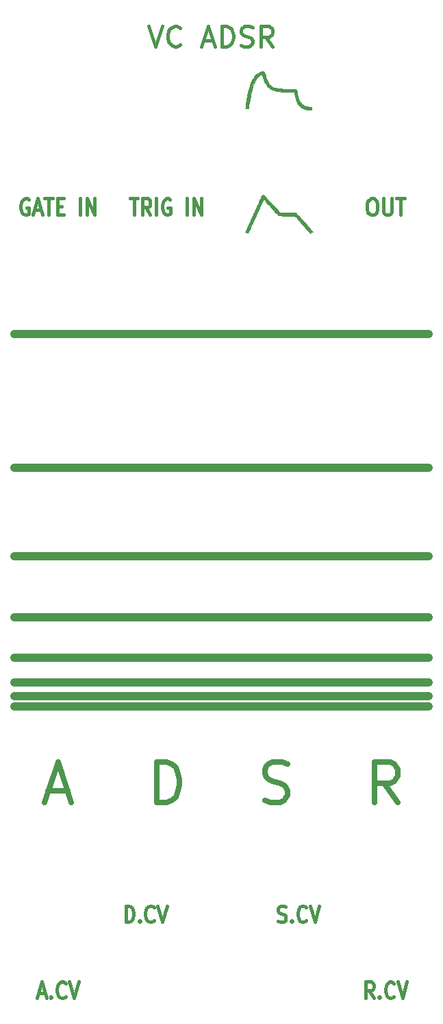
<source format=gto>
G04 #@! TF.FileFunction,Legend,Top*
%FSLAX46Y46*%
G04 Gerber Fmt 4.6, Leading zero omitted, Abs format (unit mm)*
G04 Created by KiCad (PCBNEW 4.0.5) date 07/14/17 20:39:28*
%MOMM*%
%LPD*%
G01*
G04 APERTURE LIST*
%ADD10C,0.100000*%
%ADD11C,1.000000*%
%ADD12C,0.700000*%
%ADD13C,0.400000*%
%ADD14C,0.010000*%
G04 APERTURE END LIST*
D10*
D11*
X122900000Y-79860000D02*
X174100000Y-79860000D01*
X122900000Y-96360000D02*
X174100000Y-96360000D01*
X122900000Y-107360000D02*
X174100000Y-107360000D01*
X122900000Y-114860000D02*
X174100000Y-114860000D01*
X122900000Y-119860000D02*
X174100000Y-119860000D01*
X122900000Y-122860000D02*
X174100000Y-122860000D01*
X122900000Y-124620000D02*
X174100000Y-124620000D01*
X122900000Y-125820000D02*
X174100000Y-125820000D01*
D12*
X170298935Y-137711905D02*
X168632268Y-135330952D01*
X167441792Y-137711905D02*
X167441792Y-132711905D01*
X169346554Y-132711905D01*
X169822745Y-132950000D01*
X170060840Y-133188095D01*
X170298935Y-133664286D01*
X170298935Y-134378571D01*
X170060840Y-134854762D01*
X169822745Y-135092857D01*
X169346554Y-135330952D01*
X167441792Y-135330952D01*
X153822745Y-137473810D02*
X154537031Y-137711905D01*
X155727507Y-137711905D01*
X156203697Y-137473810D01*
X156441793Y-137235714D01*
X156679888Y-136759524D01*
X156679888Y-136283333D01*
X156441793Y-135807143D01*
X156203697Y-135569048D01*
X155727507Y-135330952D01*
X154775126Y-135092857D01*
X154298935Y-134854762D01*
X154060840Y-134616667D01*
X153822745Y-134140476D01*
X153822745Y-133664286D01*
X154060840Y-133188095D01*
X154298935Y-132950000D01*
X154775126Y-132711905D01*
X155965602Y-132711905D01*
X156679888Y-132950000D01*
X140441792Y-137711905D02*
X140441792Y-132711905D01*
X141632268Y-132711905D01*
X142346554Y-132950000D01*
X142822745Y-133426190D01*
X143060840Y-133902381D01*
X143298935Y-134854762D01*
X143298935Y-135569048D01*
X143060840Y-136521429D01*
X142822745Y-136997619D01*
X142346554Y-137473810D01*
X141632268Y-137711905D01*
X140441792Y-137711905D01*
X127060840Y-136283333D02*
X129441792Y-136283333D01*
X126584649Y-137711905D02*
X128251316Y-132711905D01*
X129917983Y-137711905D01*
D13*
X167287173Y-161851162D02*
X166720507Y-160898781D01*
X166315745Y-161851162D02*
X166315745Y-159851162D01*
X166963364Y-159851162D01*
X167125269Y-159946400D01*
X167206221Y-160041638D01*
X167287173Y-160232114D01*
X167287173Y-160517829D01*
X167206221Y-160708305D01*
X167125269Y-160803543D01*
X166963364Y-160898781D01*
X166315745Y-160898781D01*
X168015745Y-161660686D02*
X168096697Y-161755924D01*
X168015745Y-161851162D01*
X167934793Y-161755924D01*
X168015745Y-161660686D01*
X168015745Y-161851162D01*
X169796697Y-161660686D02*
X169715745Y-161755924D01*
X169472888Y-161851162D01*
X169310983Y-161851162D01*
X169068126Y-161755924D01*
X168906221Y-161565448D01*
X168825269Y-161374971D01*
X168744317Y-160994019D01*
X168744317Y-160708305D01*
X168825269Y-160327352D01*
X168906221Y-160136876D01*
X169068126Y-159946400D01*
X169310983Y-159851162D01*
X169472888Y-159851162D01*
X169715745Y-159946400D01*
X169796697Y-160041638D01*
X170282412Y-159851162D02*
X170849078Y-161851162D01*
X171415745Y-159851162D01*
X155468269Y-152391524D02*
X155711126Y-152486762D01*
X156115888Y-152486762D01*
X156277792Y-152391524D01*
X156358745Y-152296286D01*
X156439697Y-152105810D01*
X156439697Y-151915333D01*
X156358745Y-151724857D01*
X156277792Y-151629619D01*
X156115888Y-151534381D01*
X155792078Y-151439143D01*
X155630173Y-151343905D01*
X155549221Y-151248667D01*
X155468269Y-151058190D01*
X155468269Y-150867714D01*
X155549221Y-150677238D01*
X155630173Y-150582000D01*
X155792078Y-150486762D01*
X156196840Y-150486762D01*
X156439697Y-150582000D01*
X157168269Y-152296286D02*
X157249221Y-152391524D01*
X157168269Y-152486762D01*
X157087317Y-152391524D01*
X157168269Y-152296286D01*
X157168269Y-152486762D01*
X158949221Y-152296286D02*
X158868269Y-152391524D01*
X158625412Y-152486762D01*
X158463507Y-152486762D01*
X158220650Y-152391524D01*
X158058745Y-152201048D01*
X157977793Y-152010571D01*
X157896841Y-151629619D01*
X157896841Y-151343905D01*
X157977793Y-150962952D01*
X158058745Y-150772476D01*
X158220650Y-150582000D01*
X158463507Y-150486762D01*
X158625412Y-150486762D01*
X158868269Y-150582000D01*
X158949221Y-150677238D01*
X159434936Y-150486762D02*
X160001602Y-152486762D01*
X160568269Y-150486762D01*
X136636745Y-152486762D02*
X136636745Y-150486762D01*
X137041507Y-150486762D01*
X137284364Y-150582000D01*
X137446269Y-150772476D01*
X137527221Y-150962952D01*
X137608173Y-151343905D01*
X137608173Y-151629619D01*
X137527221Y-152010571D01*
X137446269Y-152201048D01*
X137284364Y-152391524D01*
X137041507Y-152486762D01*
X136636745Y-152486762D01*
X138336745Y-152296286D02*
X138417697Y-152391524D01*
X138336745Y-152486762D01*
X138255793Y-152391524D01*
X138336745Y-152296286D01*
X138336745Y-152486762D01*
X140117697Y-152296286D02*
X140036745Y-152391524D01*
X139793888Y-152486762D01*
X139631983Y-152486762D01*
X139389126Y-152391524D01*
X139227221Y-152201048D01*
X139146269Y-152010571D01*
X139065317Y-151629619D01*
X139065317Y-151343905D01*
X139146269Y-150962952D01*
X139227221Y-150772476D01*
X139389126Y-150582000D01*
X139631983Y-150486762D01*
X139793888Y-150486762D01*
X140036745Y-150582000D01*
X140117697Y-150677238D01*
X140603412Y-150486762D02*
X141170078Y-152486762D01*
X141736745Y-150486762D01*
X125863221Y-161279733D02*
X126672744Y-161279733D01*
X125701316Y-161851162D02*
X126267982Y-159851162D01*
X126834649Y-161851162D01*
X127401316Y-161660686D02*
X127482268Y-161755924D01*
X127401316Y-161851162D01*
X127320364Y-161755924D01*
X127401316Y-161660686D01*
X127401316Y-161851162D01*
X129182268Y-161660686D02*
X129101316Y-161755924D01*
X128858459Y-161851162D01*
X128696554Y-161851162D01*
X128453697Y-161755924D01*
X128291792Y-161565448D01*
X128210840Y-161374971D01*
X128129888Y-160994019D01*
X128129888Y-160708305D01*
X128210840Y-160327352D01*
X128291792Y-160136876D01*
X128453697Y-159946400D01*
X128696554Y-159851162D01*
X128858459Y-159851162D01*
X129101316Y-159946400D01*
X129182268Y-160041638D01*
X129667983Y-159851162D02*
X130234649Y-161851162D01*
X130801316Y-159851162D01*
X166944317Y-63154762D02*
X167287174Y-63154762D01*
X167458602Y-63250000D01*
X167630031Y-63440476D01*
X167715745Y-63821429D01*
X167715745Y-64488095D01*
X167630031Y-64869048D01*
X167458602Y-65059524D01*
X167287174Y-65154762D01*
X166944317Y-65154762D01*
X166772888Y-65059524D01*
X166601459Y-64869048D01*
X166515745Y-64488095D01*
X166515745Y-63821429D01*
X166601459Y-63440476D01*
X166772888Y-63250000D01*
X166944317Y-63154762D01*
X168487173Y-63154762D02*
X168487173Y-64773810D01*
X168572888Y-64964286D01*
X168658602Y-65059524D01*
X168830031Y-65154762D01*
X169172888Y-65154762D01*
X169344316Y-65059524D01*
X169430031Y-64964286D01*
X169515745Y-64773810D01*
X169515745Y-63154762D01*
X170115745Y-63154762D02*
X171144316Y-63154762D01*
X170630030Y-65154762D02*
X170630030Y-63154762D01*
X137167983Y-63154762D02*
X138139411Y-63154762D01*
X137653697Y-65154762D02*
X137653697Y-63154762D01*
X139677506Y-65154762D02*
X139110840Y-64202381D01*
X138706078Y-65154762D02*
X138706078Y-63154762D01*
X139353697Y-63154762D01*
X139515602Y-63250000D01*
X139596554Y-63345238D01*
X139677506Y-63535714D01*
X139677506Y-63821429D01*
X139596554Y-64011905D01*
X139515602Y-64107143D01*
X139353697Y-64202381D01*
X138706078Y-64202381D01*
X140406078Y-65154762D02*
X140406078Y-63154762D01*
X142106078Y-63250000D02*
X141944173Y-63154762D01*
X141701316Y-63154762D01*
X141458459Y-63250000D01*
X141296554Y-63440476D01*
X141215602Y-63630952D01*
X141134650Y-64011905D01*
X141134650Y-64297619D01*
X141215602Y-64678571D01*
X141296554Y-64869048D01*
X141458459Y-65059524D01*
X141701316Y-65154762D01*
X141863221Y-65154762D01*
X142106078Y-65059524D01*
X142187030Y-64964286D01*
X142187030Y-64297619D01*
X141863221Y-64297619D01*
X144210840Y-65154762D02*
X144210840Y-63154762D01*
X145020364Y-65154762D02*
X145020364Y-63154762D01*
X145991792Y-65154762D01*
X145991792Y-63154762D01*
X124608459Y-63250000D02*
X124446554Y-63154762D01*
X124203697Y-63154762D01*
X123960840Y-63250000D01*
X123798935Y-63440476D01*
X123717983Y-63630952D01*
X123637031Y-64011905D01*
X123637031Y-64297619D01*
X123717983Y-64678571D01*
X123798935Y-64869048D01*
X123960840Y-65059524D01*
X124203697Y-65154762D01*
X124365602Y-65154762D01*
X124608459Y-65059524D01*
X124689411Y-64964286D01*
X124689411Y-64297619D01*
X124365602Y-64297619D01*
X125337031Y-64583333D02*
X126146554Y-64583333D01*
X125175126Y-65154762D02*
X125741792Y-63154762D01*
X126308459Y-65154762D01*
X126632269Y-63154762D02*
X127603697Y-63154762D01*
X127117983Y-65154762D02*
X127117983Y-63154762D01*
X128170364Y-64107143D02*
X128737031Y-64107143D01*
X128979888Y-65154762D02*
X128170364Y-65154762D01*
X128170364Y-63154762D01*
X128979888Y-63154762D01*
X131003697Y-65154762D02*
X131003697Y-63154762D01*
X131813221Y-65154762D02*
X131813221Y-63154762D01*
X132784649Y-65154762D01*
X132784649Y-63154762D01*
X139452381Y-41880952D02*
X140285715Y-44380952D01*
X141119048Y-41880952D01*
X143380953Y-44142857D02*
X143261905Y-44261905D01*
X142904762Y-44380952D01*
X142666667Y-44380952D01*
X142309524Y-44261905D01*
X142071429Y-44023810D01*
X141952381Y-43785714D01*
X141833333Y-43309524D01*
X141833333Y-42952381D01*
X141952381Y-42476190D01*
X142071429Y-42238095D01*
X142309524Y-42000000D01*
X142666667Y-41880952D01*
X142904762Y-41880952D01*
X143261905Y-42000000D01*
X143380953Y-42119048D01*
X146238095Y-43666667D02*
X147428572Y-43666667D01*
X146000000Y-44380952D02*
X146833334Y-41880952D01*
X147666667Y-44380952D01*
X148500000Y-44380952D02*
X148500000Y-41880952D01*
X149095238Y-41880952D01*
X149452381Y-42000000D01*
X149690476Y-42238095D01*
X149809524Y-42476190D01*
X149928572Y-42952381D01*
X149928572Y-43309524D01*
X149809524Y-43785714D01*
X149690476Y-44023810D01*
X149452381Y-44261905D01*
X149095238Y-44380952D01*
X148500000Y-44380952D01*
X150880952Y-44261905D02*
X151238095Y-44380952D01*
X151833333Y-44380952D01*
X152071429Y-44261905D01*
X152190476Y-44142857D01*
X152309524Y-43904762D01*
X152309524Y-43666667D01*
X152190476Y-43428571D01*
X152071429Y-43309524D01*
X151833333Y-43190476D01*
X151357143Y-43071429D01*
X151119048Y-42952381D01*
X151000000Y-42833333D01*
X150880952Y-42595238D01*
X150880952Y-42357143D01*
X151000000Y-42119048D01*
X151119048Y-42000000D01*
X151357143Y-41880952D01*
X151952381Y-41880952D01*
X152309524Y-42000000D01*
X154809524Y-44380952D02*
X153976190Y-43190476D01*
X153380952Y-44380952D02*
X153380952Y-41880952D01*
X154333333Y-41880952D01*
X154571428Y-42000000D01*
X154690476Y-42119048D01*
X154809524Y-42357143D01*
X154809524Y-42714286D01*
X154690476Y-42952381D01*
X154571428Y-43071429D01*
X154333333Y-43190476D01*
X153380952Y-43190476D01*
D14*
G36*
X153724396Y-47471686D02*
X153773110Y-47531777D01*
X153785571Y-47569793D01*
X153839131Y-47780701D01*
X153903926Y-48000265D01*
X153976076Y-48217358D01*
X154051698Y-48420850D01*
X154126912Y-48599613D01*
X154189006Y-48726384D01*
X154317949Y-48939656D01*
X154457800Y-49116133D01*
X154614275Y-49259649D01*
X154793088Y-49374038D01*
X154999957Y-49463135D01*
X155240597Y-49530774D01*
X155446006Y-49569622D01*
X155570907Y-49585639D01*
X155734684Y-49600770D01*
X155930033Y-49614663D01*
X156149651Y-49626963D01*
X156386236Y-49637316D01*
X156632484Y-49645367D01*
X156881092Y-49650764D01*
X157124757Y-49653151D01*
X157170619Y-49653235D01*
X157331065Y-49653502D01*
X157451966Y-49654565D01*
X157539959Y-49657070D01*
X157601679Y-49661662D01*
X157643765Y-49668986D01*
X157672851Y-49679689D01*
X157695576Y-49694416D01*
X157709104Y-49705612D01*
X157748232Y-49751734D01*
X157777480Y-49819461D01*
X157801833Y-49919203D01*
X157878518Y-50273898D01*
X157958877Y-50584153D01*
X158043479Y-50851604D01*
X158132891Y-51077888D01*
X158227683Y-51264641D01*
X158314995Y-51396267D01*
X158431313Y-51525637D01*
X158566239Y-51629971D01*
X158724916Y-51711427D01*
X158912487Y-51772159D01*
X159134097Y-51814323D01*
X159369774Y-51838380D01*
X159590679Y-51853908D01*
X159590679Y-52193455D01*
X159400179Y-52191170D01*
X159276953Y-52185876D01*
X159140234Y-52174254D01*
X159024952Y-52159584D01*
X158791306Y-52112601D01*
X158593532Y-52049680D01*
X158422873Y-51966750D01*
X158270571Y-51859745D01*
X158159419Y-51757492D01*
X158043184Y-51626810D01*
X157942908Y-51484424D01*
X157852297Y-51319869D01*
X157765056Y-51122678D01*
X157741074Y-51062000D01*
X157709565Y-50973188D01*
X157672818Y-50857809D01*
X157633187Y-50724629D01*
X157593026Y-50582408D01*
X157554688Y-50439910D01*
X157520528Y-50305897D01*
X157492899Y-50189132D01*
X157474154Y-50098378D01*
X157466649Y-50042396D01*
X157466607Y-50040228D01*
X157463172Y-50026054D01*
X157449051Y-50015617D01*
X157418169Y-50008346D01*
X157364454Y-50003669D01*
X157281830Y-50001017D01*
X157164223Y-49999817D01*
X157033361Y-49999514D01*
X156801846Y-49997688D01*
X156561127Y-49992775D01*
X156319027Y-49985154D01*
X156083367Y-49975203D01*
X155861970Y-49963299D01*
X155662657Y-49949819D01*
X155493250Y-49935142D01*
X155361571Y-49919645D01*
X155352838Y-49918372D01*
X155049294Y-49856916D01*
X154780414Y-49767103D01*
X154543268Y-49647392D01*
X154334922Y-49496243D01*
X154152444Y-49312115D01*
X154117373Y-49269413D01*
X154005374Y-49110038D01*
X153892351Y-48914958D01*
X153782978Y-48694298D01*
X153681931Y-48458181D01*
X153593883Y-48216732D01*
X153525409Y-47987350D01*
X153485566Y-47835438D01*
X153403532Y-47869418D01*
X153303611Y-47920043D01*
X153187571Y-47992765D01*
X153071326Y-48076415D01*
X152970790Y-48159827D01*
X152923692Y-48206129D01*
X152791685Y-48368149D01*
X152667536Y-48560053D01*
X152550627Y-48783693D01*
X152440340Y-49040924D01*
X152336059Y-49333597D01*
X152237166Y-49663566D01*
X152143044Y-50032685D01*
X152053074Y-50442806D01*
X151966640Y-50895783D01*
X151902940Y-51269819D01*
X151879568Y-51416003D01*
X151857773Y-51556767D01*
X151839117Y-51681679D01*
X151825164Y-51780307D01*
X151818185Y-51835546D01*
X151805830Y-51932903D01*
X151789039Y-51992886D01*
X151758798Y-52024077D01*
X151706095Y-52035055D01*
X151621916Y-52034403D01*
X151609772Y-52033968D01*
X151529696Y-52030143D01*
X151470404Y-52025572D01*
X151444408Y-52021226D01*
X151444280Y-52021116D01*
X151444635Y-51996103D01*
X151451530Y-51931333D01*
X151464137Y-51832640D01*
X151481628Y-51705857D01*
X151503175Y-51556818D01*
X151527951Y-51391356D01*
X151555128Y-51215304D01*
X151583880Y-51034497D01*
X151586900Y-51015819D01*
X151677545Y-50502105D01*
X151775941Y-50032953D01*
X151882406Y-49607346D01*
X151997262Y-49224265D01*
X152120827Y-48882693D01*
X152253420Y-48581611D01*
X152395363Y-48320002D01*
X152469594Y-48204189D01*
X152627900Y-47998430D01*
X152802621Y-47827240D01*
X153003464Y-47682384D01*
X153226471Y-47562056D01*
X153397715Y-47489872D01*
X153537350Y-47450743D01*
X153646027Y-47444678D01*
X153724396Y-47471686D01*
X153724396Y-47471686D01*
G37*
X153724396Y-47471686D02*
X153773110Y-47531777D01*
X153785571Y-47569793D01*
X153839131Y-47780701D01*
X153903926Y-48000265D01*
X153976076Y-48217358D01*
X154051698Y-48420850D01*
X154126912Y-48599613D01*
X154189006Y-48726384D01*
X154317949Y-48939656D01*
X154457800Y-49116133D01*
X154614275Y-49259649D01*
X154793088Y-49374038D01*
X154999957Y-49463135D01*
X155240597Y-49530774D01*
X155446006Y-49569622D01*
X155570907Y-49585639D01*
X155734684Y-49600770D01*
X155930033Y-49614663D01*
X156149651Y-49626963D01*
X156386236Y-49637316D01*
X156632484Y-49645367D01*
X156881092Y-49650764D01*
X157124757Y-49653151D01*
X157170619Y-49653235D01*
X157331065Y-49653502D01*
X157451966Y-49654565D01*
X157539959Y-49657070D01*
X157601679Y-49661662D01*
X157643765Y-49668986D01*
X157672851Y-49679689D01*
X157695576Y-49694416D01*
X157709104Y-49705612D01*
X157748232Y-49751734D01*
X157777480Y-49819461D01*
X157801833Y-49919203D01*
X157878518Y-50273898D01*
X157958877Y-50584153D01*
X158043479Y-50851604D01*
X158132891Y-51077888D01*
X158227683Y-51264641D01*
X158314995Y-51396267D01*
X158431313Y-51525637D01*
X158566239Y-51629971D01*
X158724916Y-51711427D01*
X158912487Y-51772159D01*
X159134097Y-51814323D01*
X159369774Y-51838380D01*
X159590679Y-51853908D01*
X159590679Y-52193455D01*
X159400179Y-52191170D01*
X159276953Y-52185876D01*
X159140234Y-52174254D01*
X159024952Y-52159584D01*
X158791306Y-52112601D01*
X158593532Y-52049680D01*
X158422873Y-51966750D01*
X158270571Y-51859745D01*
X158159419Y-51757492D01*
X158043184Y-51626810D01*
X157942908Y-51484424D01*
X157852297Y-51319869D01*
X157765056Y-51122678D01*
X157741074Y-51062000D01*
X157709565Y-50973188D01*
X157672818Y-50857809D01*
X157633187Y-50724629D01*
X157593026Y-50582408D01*
X157554688Y-50439910D01*
X157520528Y-50305897D01*
X157492899Y-50189132D01*
X157474154Y-50098378D01*
X157466649Y-50042396D01*
X157466607Y-50040228D01*
X157463172Y-50026054D01*
X157449051Y-50015617D01*
X157418169Y-50008346D01*
X157364454Y-50003669D01*
X157281830Y-50001017D01*
X157164223Y-49999817D01*
X157033361Y-49999514D01*
X156801846Y-49997688D01*
X156561127Y-49992775D01*
X156319027Y-49985154D01*
X156083367Y-49975203D01*
X155861970Y-49963299D01*
X155662657Y-49949819D01*
X155493250Y-49935142D01*
X155361571Y-49919645D01*
X155352838Y-49918372D01*
X155049294Y-49856916D01*
X154780414Y-49767103D01*
X154543268Y-49647392D01*
X154334922Y-49496243D01*
X154152444Y-49312115D01*
X154117373Y-49269413D01*
X154005374Y-49110038D01*
X153892351Y-48914958D01*
X153782978Y-48694298D01*
X153681931Y-48458181D01*
X153593883Y-48216732D01*
X153525409Y-47987350D01*
X153485566Y-47835438D01*
X153403532Y-47869418D01*
X153303611Y-47920043D01*
X153187571Y-47992765D01*
X153071326Y-48076415D01*
X152970790Y-48159827D01*
X152923692Y-48206129D01*
X152791685Y-48368149D01*
X152667536Y-48560053D01*
X152550627Y-48783693D01*
X152440340Y-49040924D01*
X152336059Y-49333597D01*
X152237166Y-49663566D01*
X152143044Y-50032685D01*
X152053074Y-50442806D01*
X151966640Y-50895783D01*
X151902940Y-51269819D01*
X151879568Y-51416003D01*
X151857773Y-51556767D01*
X151839117Y-51681679D01*
X151825164Y-51780307D01*
X151818185Y-51835546D01*
X151805830Y-51932903D01*
X151789039Y-51992886D01*
X151758798Y-52024077D01*
X151706095Y-52035055D01*
X151621916Y-52034403D01*
X151609772Y-52033968D01*
X151529696Y-52030143D01*
X151470404Y-52025572D01*
X151444408Y-52021226D01*
X151444280Y-52021116D01*
X151444635Y-51996103D01*
X151451530Y-51931333D01*
X151464137Y-51832640D01*
X151481628Y-51705857D01*
X151503175Y-51556818D01*
X151527951Y-51391356D01*
X151555128Y-51215304D01*
X151583880Y-51034497D01*
X151586900Y-51015819D01*
X151677545Y-50502105D01*
X151775941Y-50032953D01*
X151882406Y-49607346D01*
X151997262Y-49224265D01*
X152120827Y-48882693D01*
X152253420Y-48581611D01*
X152395363Y-48320002D01*
X152469594Y-48204189D01*
X152627900Y-47998430D01*
X152802621Y-47827240D01*
X153003464Y-47682384D01*
X153226471Y-47562056D01*
X153397715Y-47489872D01*
X153537350Y-47450743D01*
X153646027Y-47444678D01*
X153724396Y-47471686D01*
G36*
X153654957Y-62731110D02*
X153738985Y-62779802D01*
X153758091Y-62796973D01*
X153787411Y-62827494D01*
X153844573Y-62889155D01*
X153926614Y-62978689D01*
X154030571Y-63092829D01*
X154153480Y-63228310D01*
X154292379Y-63381865D01*
X154444302Y-63550229D01*
X154606288Y-63730134D01*
X154763722Y-63905337D01*
X155691346Y-64938655D01*
X157674812Y-64938655D01*
X157753575Y-65013700D01*
X157795819Y-65056511D01*
X157862816Y-65127669D01*
X157951429Y-65223651D01*
X158058526Y-65340933D01*
X158180971Y-65475992D01*
X158315630Y-65625306D01*
X158459368Y-65785351D01*
X158609052Y-65952604D01*
X158761547Y-66123542D01*
X158913718Y-66294642D01*
X159062431Y-66462381D01*
X159204551Y-66623236D01*
X159336945Y-66773683D01*
X159456477Y-66910200D01*
X159560014Y-67029264D01*
X159644420Y-67127350D01*
X159706562Y-67200937D01*
X159743304Y-67246501D01*
X159752316Y-67260289D01*
X159731792Y-67286874D01*
X159687661Y-67293928D01*
X159614418Y-67309970D01*
X159574690Y-67357140D01*
X159567589Y-67402196D01*
X159564917Y-67433099D01*
X159555412Y-67451317D01*
X159536834Y-67454768D01*
X159506945Y-67441367D01*
X159463506Y-67409031D01*
X159404280Y-67355677D01*
X159327028Y-67279219D01*
X159229511Y-67177576D01*
X159109492Y-67048662D01*
X158964732Y-66890394D01*
X158792993Y-66700689D01*
X158683475Y-66579139D01*
X158527182Y-66405493D01*
X158377137Y-66238830D01*
X158236795Y-66082985D01*
X158109609Y-65941790D01*
X157999033Y-65819080D01*
X157908521Y-65718688D01*
X157841527Y-65644447D01*
X157801504Y-65600191D01*
X157798377Y-65596746D01*
X157726103Y-65517192D01*
X157650053Y-65433478D01*
X157604340Y-65383155D01*
X157515196Y-65285019D01*
X156538256Y-65284200D01*
X156279234Y-65283602D01*
X156063422Y-65282223D01*
X155887850Y-65279980D01*
X155749553Y-65276788D01*
X155645562Y-65272566D01*
X155572910Y-65267229D01*
X155528629Y-65260693D01*
X155512883Y-65255337D01*
X155488749Y-65233288D01*
X155436826Y-65179998D01*
X155360076Y-65098682D01*
X155261461Y-64992554D01*
X155143942Y-64864828D01*
X155010483Y-64718719D01*
X154864044Y-64557441D01*
X154707587Y-64384208D01*
X154603988Y-64269019D01*
X154442676Y-64089421D01*
X154289697Y-63919201D01*
X154148001Y-63761632D01*
X154020538Y-63619991D01*
X153910258Y-63497554D01*
X153820110Y-63397595D01*
X153753043Y-63323391D01*
X153712009Y-63278217D01*
X153700843Y-63266128D01*
X153687681Y-63251445D01*
X153676689Y-63241844D01*
X153665345Y-63241682D01*
X153651129Y-63255315D01*
X153631518Y-63287101D01*
X153603991Y-63341395D01*
X153566027Y-63422555D01*
X153515103Y-63534937D01*
X153448697Y-63682897D01*
X153411051Y-63766791D01*
X153354404Y-63892885D01*
X153289697Y-64036841D01*
X153227831Y-64174411D01*
X153206043Y-64222837D01*
X153147902Y-64352039D01*
X153081980Y-64498532D01*
X153019447Y-64637495D01*
X152998225Y-64684655D01*
X152940084Y-64813857D01*
X152874162Y-64960350D01*
X152811629Y-65099313D01*
X152790407Y-65146473D01*
X152732266Y-65275675D01*
X152666344Y-65422169D01*
X152603810Y-65561132D01*
X152582589Y-65608291D01*
X152525174Y-65735866D01*
X152459586Y-65881586D01*
X152396609Y-66021489D01*
X152372121Y-66075882D01*
X152316743Y-66199048D01*
X152256779Y-66332676D01*
X152201589Y-66455900D01*
X152177928Y-66508837D01*
X152072242Y-66744800D01*
X151983871Y-66940443D01*
X151911847Y-67097854D01*
X151855200Y-67219119D01*
X151812960Y-67306327D01*
X151784158Y-67361564D01*
X151773883Y-67378787D01*
X151735638Y-67437155D01*
X151672941Y-67377087D01*
X151597093Y-67328129D01*
X151524916Y-67317019D01*
X151469729Y-67311803D01*
X151440830Y-67298894D01*
X151439588Y-67295182D01*
X151448679Y-67267128D01*
X151473583Y-67205571D01*
X151510749Y-67118938D01*
X151556625Y-67015651D01*
X151568579Y-66989228D01*
X151631619Y-66850268D01*
X151691559Y-66717889D01*
X151752738Y-66582473D01*
X151819495Y-66434406D01*
X151896171Y-66264068D01*
X151987106Y-66061845D01*
X151993770Y-66047019D01*
X152050512Y-65920831D01*
X152110874Y-65786666D01*
X152166722Y-65662602D01*
X152201589Y-65585200D01*
X152248394Y-65481283D01*
X152305990Y-65353318D01*
X152366242Y-65219382D01*
X152409407Y-65123382D01*
X152457924Y-65015466D01*
X152504050Y-64912927D01*
X152551372Y-64807793D01*
X152603481Y-64692094D01*
X152663968Y-64557860D01*
X152736420Y-64397121D01*
X152820198Y-64211291D01*
X152861686Y-64119201D01*
X152918031Y-63994036D01*
X152985160Y-63844848D01*
X153059001Y-63680688D01*
X153135483Y-63510605D01*
X153194187Y-63380019D01*
X153264349Y-63226140D01*
X153330718Y-63084738D01*
X153390357Y-62961747D01*
X153440328Y-62863104D01*
X153477695Y-62794745D01*
X153499520Y-62762605D01*
X153499819Y-62762337D01*
X153573368Y-62725038D01*
X153654957Y-62731110D01*
X153654957Y-62731110D01*
G37*
X153654957Y-62731110D02*
X153738985Y-62779802D01*
X153758091Y-62796973D01*
X153787411Y-62827494D01*
X153844573Y-62889155D01*
X153926614Y-62978689D01*
X154030571Y-63092829D01*
X154153480Y-63228310D01*
X154292379Y-63381865D01*
X154444302Y-63550229D01*
X154606288Y-63730134D01*
X154763722Y-63905337D01*
X155691346Y-64938655D01*
X157674812Y-64938655D01*
X157753575Y-65013700D01*
X157795819Y-65056511D01*
X157862816Y-65127669D01*
X157951429Y-65223651D01*
X158058526Y-65340933D01*
X158180971Y-65475992D01*
X158315630Y-65625306D01*
X158459368Y-65785351D01*
X158609052Y-65952604D01*
X158761547Y-66123542D01*
X158913718Y-66294642D01*
X159062431Y-66462381D01*
X159204551Y-66623236D01*
X159336945Y-66773683D01*
X159456477Y-66910200D01*
X159560014Y-67029264D01*
X159644420Y-67127350D01*
X159706562Y-67200937D01*
X159743304Y-67246501D01*
X159752316Y-67260289D01*
X159731792Y-67286874D01*
X159687661Y-67293928D01*
X159614418Y-67309970D01*
X159574690Y-67357140D01*
X159567589Y-67402196D01*
X159564917Y-67433099D01*
X159555412Y-67451317D01*
X159536834Y-67454768D01*
X159506945Y-67441367D01*
X159463506Y-67409031D01*
X159404280Y-67355677D01*
X159327028Y-67279219D01*
X159229511Y-67177576D01*
X159109492Y-67048662D01*
X158964732Y-66890394D01*
X158792993Y-66700689D01*
X158683475Y-66579139D01*
X158527182Y-66405493D01*
X158377137Y-66238830D01*
X158236795Y-66082985D01*
X158109609Y-65941790D01*
X157999033Y-65819080D01*
X157908521Y-65718688D01*
X157841527Y-65644447D01*
X157801504Y-65600191D01*
X157798377Y-65596746D01*
X157726103Y-65517192D01*
X157650053Y-65433478D01*
X157604340Y-65383155D01*
X157515196Y-65285019D01*
X156538256Y-65284200D01*
X156279234Y-65283602D01*
X156063422Y-65282223D01*
X155887850Y-65279980D01*
X155749553Y-65276788D01*
X155645562Y-65272566D01*
X155572910Y-65267229D01*
X155528629Y-65260693D01*
X155512883Y-65255337D01*
X155488749Y-65233288D01*
X155436826Y-65179998D01*
X155360076Y-65098682D01*
X155261461Y-64992554D01*
X155143942Y-64864828D01*
X155010483Y-64718719D01*
X154864044Y-64557441D01*
X154707587Y-64384208D01*
X154603988Y-64269019D01*
X154442676Y-64089421D01*
X154289697Y-63919201D01*
X154148001Y-63761632D01*
X154020538Y-63619991D01*
X153910258Y-63497554D01*
X153820110Y-63397595D01*
X153753043Y-63323391D01*
X153712009Y-63278217D01*
X153700843Y-63266128D01*
X153687681Y-63251445D01*
X153676689Y-63241844D01*
X153665345Y-63241682D01*
X153651129Y-63255315D01*
X153631518Y-63287101D01*
X153603991Y-63341395D01*
X153566027Y-63422555D01*
X153515103Y-63534937D01*
X153448697Y-63682897D01*
X153411051Y-63766791D01*
X153354404Y-63892885D01*
X153289697Y-64036841D01*
X153227831Y-64174411D01*
X153206043Y-64222837D01*
X153147902Y-64352039D01*
X153081980Y-64498532D01*
X153019447Y-64637495D01*
X152998225Y-64684655D01*
X152940084Y-64813857D01*
X152874162Y-64960350D01*
X152811629Y-65099313D01*
X152790407Y-65146473D01*
X152732266Y-65275675D01*
X152666344Y-65422169D01*
X152603810Y-65561132D01*
X152582589Y-65608291D01*
X152525174Y-65735866D01*
X152459586Y-65881586D01*
X152396609Y-66021489D01*
X152372121Y-66075882D01*
X152316743Y-66199048D01*
X152256779Y-66332676D01*
X152201589Y-66455900D01*
X152177928Y-66508837D01*
X152072242Y-66744800D01*
X151983871Y-66940443D01*
X151911847Y-67097854D01*
X151855200Y-67219119D01*
X151812960Y-67306327D01*
X151784158Y-67361564D01*
X151773883Y-67378787D01*
X151735638Y-67437155D01*
X151672941Y-67377087D01*
X151597093Y-67328129D01*
X151524916Y-67317019D01*
X151469729Y-67311803D01*
X151440830Y-67298894D01*
X151439588Y-67295182D01*
X151448679Y-67267128D01*
X151473583Y-67205571D01*
X151510749Y-67118938D01*
X151556625Y-67015651D01*
X151568579Y-66989228D01*
X151631619Y-66850268D01*
X151691559Y-66717889D01*
X151752738Y-66582473D01*
X151819495Y-66434406D01*
X151896171Y-66264068D01*
X151987106Y-66061845D01*
X151993770Y-66047019D01*
X152050512Y-65920831D01*
X152110874Y-65786666D01*
X152166722Y-65662602D01*
X152201589Y-65585200D01*
X152248394Y-65481283D01*
X152305990Y-65353318D01*
X152366242Y-65219382D01*
X152409407Y-65123382D01*
X152457924Y-65015466D01*
X152504050Y-64912927D01*
X152551372Y-64807793D01*
X152603481Y-64692094D01*
X152663968Y-64557860D01*
X152736420Y-64397121D01*
X152820198Y-64211291D01*
X152861686Y-64119201D01*
X152918031Y-63994036D01*
X152985160Y-63844848D01*
X153059001Y-63680688D01*
X153135483Y-63510605D01*
X153194187Y-63380019D01*
X153264349Y-63226140D01*
X153330718Y-63084738D01*
X153390357Y-62961747D01*
X153440328Y-62863104D01*
X153477695Y-62794745D01*
X153499520Y-62762605D01*
X153499819Y-62762337D01*
X153573368Y-62725038D01*
X153654957Y-62731110D01*
M02*

</source>
